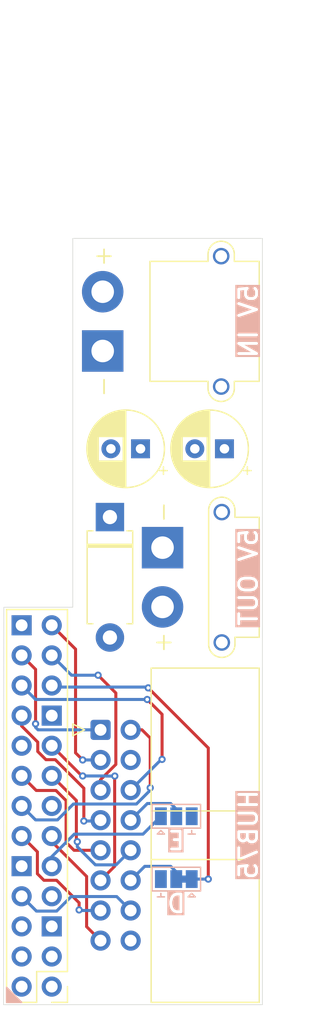
<source format=kicad_pcb>
(kicad_pcb (version 20240108) (generator "pcbnew") (generator_version "8.0")
  (layers (0 "F.Cu" signal) (31 "B.Cu" signal) (34 "B.Paste" user) (35 "F.Paste" user) (36 "B.SilkS" user "B.Silkscreen") (37 "F.SilkS" user "F.Silkscreen") (38 "B.Mask" user) (39 "F.Mask" user) (44 "Edge.Cuts" user))
  (net 0 "")
  (net 1 "GND")
  (net 2 "+5V")
  (net 3 "/G0")
  (net 5 "/CLK")
  (net 6 "/~{OE}")
  (net 7 "/G1")
  (net 8 "/A")
  (net 9 "/B0")
  (net 10 "/C")
  (net 11 "/B")
  (net 12 "/LAT")
  (net 13 "/D")
  (net 14 "/B1")
  (net 15 "/R1")
  (net 19 "/E")
  (net 20 "/R0")
  (net 22 "/E_HUB75")
  (net 23 "/D_HUB75")
  (footprint "Connector_IDC:IDC-Header_2x08_P2.54mm_Horizontal" (layer "F.Cu") (at 5.3792 10.344)
    (property "Reference" "J3" (hide yes))
    (property "Value" "HUB75")
    (fp_line (start -2.35 -0.5) (end -2.35 0.5) (stroke (width 0.12)) (layer "F.SilkS"))
    (fp_line (start -2.35 0.5) (end -1.35 0) (stroke (width 0.12)) (layer "F.SilkS"))
    (fp_line (start -1.35 0) (end -2.35 -0.5) (stroke (width 0.12)) (layer "F.SilkS"))
    (fp_line (start 4.27 -5.21) (end 13.39 -5.21) (stroke (width 0.12)) (layer "F.SilkS"))
    (fp_line (start 4.27 6.84) (end 13.39 6.84) (stroke (width 0.12)) (layer "F.SilkS"))
    (fp_line (start 4.27 10.94) (end 13.39 10.94) (stroke (width 0.12)) (layer "F.SilkS"))
    (fp_line (start 4.27 22.99) (end 4.27 -5.21) (stroke (width 0.12)) (layer "F.SilkS"))
    (fp_line (start 13.39 -5.21) (end 13.39 22.99) (stroke (width 0.12)) (layer "F.SilkS"))
    (fp_line (start 13.39 22.99) (end 4.27 22.99) (stroke (width 0.12)) (layer "F.SilkS"))
    (pad "1" thru_hole roundrect (at 0 0) (size 1.7 1.7) (drill 1) (layers "*.Cu" "*.Mask") (roundrect_rratio 0.147059) (net 20 "/R0"))
    (pad "2" thru_hole circle (at 2.54 0) (size 1.7 1.7) (drill 1) (layers "*.Cu" "*.Mask") (net 3 "/G0"))
    (pad "3" thru_hole circle (at 0 2.54) (size 1.7 1.7) (drill 1) (layers "*.Cu" "*.Mask") (net 9 "/B0"))
    (pad "4" thru_hole circle (at 2.54 2.54) (size 1.7 1.7) (drill 1) (layers "*.Cu" "*.Mask") (net 1 "GND"))
    (pad "5" thru_hole circle (at 0 5.08) (size 1.7 1.7) (drill 1) (layers "*.Cu" "*.Mask") (net 15 "/R1"))
    (pad "6" thru_hole circle (at 2.54 5.08) (size 1.7 1.7) (drill 1) (layers "*.Cu" "*.Mask") (net 7 "/G1"))
    (pad "7" thru_hole circle (at 0 7.62) (size 1.7 1.7) (drill 1) (layers "*.Cu" "*.Mask") (net 14 "/B1"))
    (pad "8" thru_hole circle (at 2.54 7.62) (size 1.7 1.7) (drill 1) (layers "*.Cu" "*.Mask") (net 22 "/E_HUB75"))
    (pad "9" thru_hole circle (at 0 10.16) (size 1.7 1.7) (drill 1) (layers "*.Cu" "*.Mask") (net 8 "/A"))
    (pad "10" thru_hole circle (at 2.54 10.16) (size 1.7 1.7) (drill 1) (layers "*.Cu" "*.Mask") (net 11 "/B"))
    (pad "11" thru_hole circle (at 0 12.7) (size 1.7 1.7) (drill 1) (layers "*.Cu" "*.Mask") (net 10 "/C"))
    (pad "12" thru_hole circle (at 2.54 12.7) (size 1.7 1.7) (drill 1) (layers "*.Cu" "*.Mask") (net 23 "/D_HUB75"))
    (pad "13" thru_hole circle (at 0 15.24) (size 1.7 1.7) (drill 1) (layers "*.Cu" "*.Mask") (net 5 "/CLK"))
    (pad "14" thru_hole circle (at 2.54 15.24) (size 1.7 1.7) (drill 1) (layers "*.Cu" "*.Mask") (net 12 "/LAT"))
    (pad "15" thru_hole circle (at 0 17.78) (size 1.7 1.7) (drill 1) (layers "*.Cu" "*.Mask") (net 6 "/~{OE}"))
    (pad "16" thru_hole circle (at 2.54 17.78) (size 1.7 1.7) (drill 1) (layers "*.Cu" "*.Mask") (net 1 "GND"))
  )
  (footprint "Connector_AMASS:AMASS_XT30PW-M_1x02_P2.50mm_Horizontal" (layer "F.Cu") (at 5.5592 -21.616 -90)
    (property "Reference" "J2" (hide yes))
    (property "Value" "5V_IN")
    (fp_line (start -7.56 -3.99) (end 2.56 -3.99) (stroke (width 0.12)) (layer "F.SilkS"))
    (fp_line (start -8.15 -8.89) (end -7.56 -8.89) (stroke (width 0.12)) (layer "F.SilkS"))
    (fp_line (start -7.56 -8.89) (end -7.56 -3.99) (stroke (width 0.12)) (layer "F.SilkS"))
    (fp_line (start 2.56 -8.89) (end 2.56 -3.99) (stroke (width 0.12)) (layer "F.SilkS"))
    (fp_line (start 2.56 -8.89) (end 3.15 -8.89) (stroke (width 0.12)) (layer "F.SilkS"))
    (fp_line (start -8.15 -11.11) (end -7.56 -11.11) (stroke (width 0.12)) (layer "F.SilkS"))
    (fp_line (start 2.56 -11.11) (end 3.15 -11.11) (stroke (width 0.12)) (layer "F.SilkS"))
    (fp_line (start -7.56 -13.21) (end -7.56 -11.11) (stroke (width 0.12)) (layer "F.SilkS"))
    (fp_line (start -7.56 -13.21) (end 2.56 -13.21) (stroke (width 0.12)) (layer "F.SilkS"))
    (fp_line (start 2.56 -13.21) (end 2.56 -11.11) (stroke (width 0.12)) (layer "F.SilkS"))
    (fp_arc (start -8.15 -8.89) (mid -9.26 -10) (end -8.15 -11.11) (stroke (width 0.12)) (layer "F.SilkS"))
    (fp_arc (start 3.15 -11.11) (mid 4.26 -10) (end 3.15 -8.89) (stroke (width 0.12)) (layer "F.SilkS"))
    (fp_text user "+" (at -8 0 90) (layer "F.SilkS") (effects (font (size 1.5 1.5))))
    (fp_text user "-" (at 3 0 90) (layer "F.SilkS") (effects (font (size 1.5 1.5))))
    (pad "" thru_hole circle (at -8 -10 270) (size 1.4 1.4) (drill 1) (layers "*.Cu" "*.Mask"))
    (pad "" thru_hole circle (at 3 -10 270) (size 1.4 1.4) (drill 1) (layers "*.Cu" "*.Mask"))
    (pad "1" thru_hole rect (at 0 0 270) (size 3.5 3.5) (drill 1.9) (layers "*.Cu" "*.Mask") (net 1 "GND"))
    (pad "2" thru_hole circle (at -5 0 270) (size 3.5 3.5) (drill 1.9) (layers "*.Cu" "*.Mask") (net 2 "+5V"))
  )
  (footprint "Diode_THT:D_DO-15_P10.16mm_Horizontal" (layer "F.Cu") (at 6.1692 -7.606 -90)
    (property "Reference" "D1" (hide yes))
    (property "Value" "D_TVS")
    (fp_line (start 1.16 1.92) (end 9 1.92) (stroke (width 0.12)) (layer "F.SilkS"))
    (fp_line (start 9 1.92) (end 9 1.44) (stroke (width 0.12)) (layer "F.SilkS"))
    (fp_line (start 1.16 1.44) (end 1.16 1.92) (stroke (width 0.12)) (layer "F.SilkS"))
    (fp_line (start 1.16 -1.44) (end 1.16 -1.92) (stroke (width 0.12)) (layer "F.SilkS"))
    (fp_line (start 1.16 -1.92) (end 9 -1.92) (stroke (width 0.12)) (layer "F.SilkS"))
    (fp_line (start 2.3 -1.92) (end 2.3 1.92) (stroke (width 0.12)) (layer "F.SilkS"))
    (fp_line (start 2.42 -1.92) (end 2.42 1.92) (stroke (width 0.12)) (layer "F.SilkS"))
    (fp_line (start 2.54 -1.92) (end 2.54 1.92) (stroke (width 0.12)) (layer "F.SilkS"))
    (fp_line (start 9 -1.92) (end 9 -1.44) (stroke (width 0.12)) (layer "F.SilkS"))
    (pad "1" thru_hole rect (at 0 0 270) (size 2.4 2.4) (drill 1.2) (layers "*.Cu" "*.Mask") (net 1 "GND"))
    (pad "2" thru_hole oval (at 10.16 0 270) (size 2.4 2.4) (drill 1.2) (layers "*.Cu" "*.Mask") (net 2 "+5V"))
  )
  (footprint "Connector_AMASS:AMASS_XT30PW-F_1x02_P2.50mm_Horizontal" (layer "F.Cu") (at 10.6092 -5.026 -90)
    (property "Reference" "J4" (hide yes))
    (property "Value" "5V_OUT_MATRIX")
    (fp_line (start -3.26 -3.89) (end 8.26 -3.89) (stroke (width 0.12)) (layer "F.SilkS"))
    (fp_line (start -3.26 -6.11) (end -2.56 -6.11) (stroke (width 0.12)) (layer "F.SilkS"))
    (fp_line (start 7.56 -6.11) (end 8.26 -6.11) (stroke (width 0.12)) (layer "F.SilkS"))
    (fp_line (start -2.56 -8.16) (end -2.56 -6.11) (stroke (width 0.12)) (layer "F.SilkS"))
    (fp_line (start -2.56 -8.16) (end 7.56 -8.16) (stroke (width 0.12)) (layer "F.SilkS"))
    (fp_line (start 7.56 -8.16) (end 7.56 -6.11) (stroke (width 0.12)) (layer "F.SilkS"))
    (fp_arc (start -3.321729 -3.903365) (mid -4.256653 -5.086124) (end -3.15 -6.11) (stroke (width 0.12)) (layer "F.SilkS"))
    (fp_arc (start 8.15 -6.11) (mid 9.26 -5) (end 8.15 -3.89) (stroke (width 0.12)) (layer "F.SilkS"))
    (fp_text user "+" (at 8 0 90) (layer "F.SilkS") (effects (font (size 1.5 1.5))))
    (fp_text user "-" (at -3 0 90) (layer "F.SilkS") (effects (font (size 1.5 1.5))))
    (pad "" thru_hole circle (at -3 -5) (size 1.4 1.4) (drill 1) (layers "*.Cu" "*.Mask"))
    (pad "" thru_hole circle (at 8 -5 270) (size 1.4 1.4) (drill 1) (layers "*.Cu" "*.Mask"))
    (pad "1" thru_hole rect (at 0 0 270) (size 3.5 3.5) (drill 1.9) (layers "*.Cu" "*.Mask") (net 1 "GND"))
    (pad "2" thru_hole circle (at 5 0 270) (size 3.5 3.5) (drill 1.9) (layers "*.Cu" "*.Mask") (net 2 "+5V"))
  )
  (footprint "Capacitor_THT:CP_Radial_D6.3mm_P2.50mm" (layer "F.Cu") (at 8.75158 -13.366 180)
    (property "Reference" "C3" (hide yes))
    (property "Value" "330u")
    (fp_line (start 4.491 -0.402) (end 4.491 0.402) (stroke (width 0.12)) (layer "F.SilkS"))
    (fp_line (start 4.451 -0.633) (end 4.451 0.633) (stroke (width 0.12)) (layer "F.SilkS"))
    (fp_line (start 4.411 -0.802) (end 4.411 0.802) (stroke (width 0.12)) (layer "F.SilkS"))
    (fp_line (start 4.371 -0.94) (end 4.371 0.94) (stroke (width 0.12)) (layer "F.SilkS"))
    (fp_line (start 4.331 -1.059) (end 4.331 1.059) (stroke (width 0.12)) (layer "F.SilkS"))
    (fp_line (start 4.291 -1.165) (end 4.291 1.165) (stroke (width 0.12)) (layer "F.SilkS"))
    (fp_line (start 4.251 -1.262) (end 4.251 1.262) (stroke (width 0.12)) (layer "F.SilkS"))
    (fp_line (start 4.211 -1.35) (end 4.211 1.35) (stroke (width 0.12)) (layer "F.SilkS"))
    (fp_line (start 4.171 -1.432) (end 4.171 1.432) (stroke (width 0.12)) (layer "F.SilkS"))
    (fp_line (start 4.131 -1.509) (end 4.131 1.509) (stroke (width 0.12)) (layer "F.SilkS"))
    (fp_line (start 4.091 -1.581) (end 4.091 1.581) (stroke (width 0.12)) (layer "F.SilkS"))
    (fp_line (start 4.051 -1.65) (end 4.051 1.65) (stroke (width 0.12)) (layer "F.SilkS"))
    (fp_line (start 4.011 -1.714) (end 4.011 1.714) (stroke (width 0.12)) (layer "F.SilkS"))
    (fp_line (start 3.971 -1.776) (end 3.971 1.776) (stroke (width 0.12)) (layer "F.SilkS"))
    (fp_line (start 3.931 -1.834) (end 3.931 1.834) (stroke (width 0.12)) (layer "F.SilkS"))
    (fp_line (start 3.891 -1.89) (end 3.891 1.89) (stroke (width 0.12)) (layer "F.SilkS"))
    (fp_line (start 3.851 -1.944) (end 3.851 1.944) (stroke (width 0.12)) (layer "F.SilkS"))
    (fp_line (start 3.811 -1.995) (end 3.811 1.995) (stroke (width 0.12)) (layer "F.SilkS"))
    (fp_line (start 3.771 -2.044) (end 3.771 2.044) (stroke (width 0.12)) (layer "F.SilkS"))
    (fp_line (start 3.731 -2.092) (end 3.731 2.092) (stroke (width 0.12)) (layer "F.SilkS"))
    (fp_line (start 3.691 -2.137) (end 3.691 2.137) (stroke (width 0.12)) (layer "F.SilkS"))
    (fp_line (start 3.651 -2.182) (end 3.651 2.182) (stroke (width 0.12)) (layer "F.SilkS"))
    (fp_line (start 3.611 -2.224) (end 3.611 2.224) (stroke (width 0.12)) (layer "F.SilkS"))
    (fp_line (start 3.571 -2.265) (end 3.571 2.265) (stroke (width 0.12)) (layer "F.SilkS"))
    (fp_line (start 3.531 1.04) (end 3.531 2.305) (stroke (width 0.12)) (layer "F.SilkS"))
    (fp_line (start 3.531 -2.305) (end 3.531 -1.04) (stroke (width 0.12)) (layer "F.SilkS"))
    (fp_line (start 3.491 1.04) (end 3.491 2.343) (stroke (width 0.12)) (layer "F.SilkS"))
    (fp_line (start 3.491 -2.343) (end 3.491 -1.04) (stroke (width 0.12)) (layer "F.SilkS"))
    (fp_line (start 3.451 1.04) (end 3.451 2.38) (stroke (width 0.12)) (layer "F.SilkS"))
    (fp_line (start 3.451 -2.38) (end 3.451 -1.04) (stroke (width 0.12)) (layer "F.SilkS"))
    (fp_line (start 3.411 1.04) (end 3.411 2.416) (stroke (width 0.12)) (layer "F.SilkS"))
    (fp_line (start 3.411 -2.416) (end 3.411 -1.04) (stroke (width 0.12)) (layer "F.SilkS"))
    (fp_line (start 3.371 1.04) (end 3.371 2.45) (stroke (width 0.12)) (layer "F.SilkS"))
    (fp_line (start 3.371 -2.45) (end 3.371 -1.04) (stroke (width 0.12)) (layer "F.SilkS"))
    (fp_line (start 3.331 1.04) (end 3.331 2.484) (stroke (width 0.12)) (layer "F.SilkS"))
    (fp_line (start 3.331 -2.484) (end 3.331 -1.04) (stroke (width 0.12)) (layer "F.SilkS"))
    (fp_line (start 3.291 1.04) (end 3.291 2.516) (stroke (width 0.12)) (layer "F.SilkS"))
    (fp_line (start 3.291 -2.516) (end 3.291 -1.04) (stroke (width 0.12)) (layer "F.SilkS"))
    (fp_line (start 3.251 1.04) (end 3.251 2.548) (stroke (width 0.12)) (layer "F.SilkS"))
    (fp_line (start 3.251 -2.548) (end 3.251 -1.04) (stroke (width 0.12)) (layer "F.SilkS"))
    (fp_line (start 3.211 1.04) (end 3.211 2.578) (stroke (width 0.12)) (layer "F.SilkS"))
    (fp_line (start 3.211 -2.578) (end 3.211 -1.04) (stroke (width 0.12)) (layer "F.SilkS"))
    (fp_line (start 3.171 1.04) (end 3.171 2.607) (stroke (width 0.12)) (layer "F.SilkS"))
    (fp_line (start 3.171 -2.607) (end 3.171 -1.04) (stroke (width 0.12)) (layer "F.SilkS"))
    (fp_line (start 3.131 1.04) (end 3.131 2.636) (stroke (width 0.12)) (layer "F.SilkS"))
    (fp_line (start 3.131 -2.636) (end 3.131 -1.04) (stroke (width 0.12)) (layer "F.SilkS"))
    (fp_line (start 3.091 1.04) (end 3.091 2.664) (stroke (width 0.12)) (layer "F.SilkS"))
    (fp_line (start 3.091 -2.664) (end 3.091 -1.04) (stroke (width 0.12)) (layer "F.SilkS"))
    (fp_line (start 3.051 1.04) (end 3.051 2.69) (stroke (width 0.12)) (layer "F.SilkS"))
    (fp_line (start 3.051 -2.69) (end 3.051 -1.04) (stroke (width 0.12)) (layer "F.SilkS"))
    (fp_line (start 3.011 1.04) (end 3.011 2.716) (stroke (width 0.12)) (layer "F.SilkS"))
    (fp_line (start 3.011 -2.716) (end 3.011 -1.04) (stroke (width 0.12)) (layer "F.SilkS"))
    (fp_line (start 2.971 1.04) (end 2.971 2.742) (stroke (width 0.12)) (layer "F.SilkS"))
    (fp_line (start 2.971 -2.742) (end 2.971 -1.04) (stroke (width 0.12)) (layer "F.SilkS"))
    (fp_line (start 2.931 1.04) (end 2.931 2.766) (stroke (width 0.12)) (layer "F.SilkS"))
    (fp_line (start 2.931 -2.766) (end 2.931 -1.04) (stroke (width 0.12)) (layer "F.SilkS"))
    (fp_line (start 2.891 1.04) (end 2.891 2.79) (stroke (width 0.12)) (layer "F.SilkS"))
    (fp_line (start 2.891 -2.79) (end 2.891 -1.04) (stroke (width 0.12)) (layer "F.SilkS"))
    (fp_line (start 2.851 1.04) (end 2.851 2.812) (stroke (width 0.12)) (layer "F.SilkS"))
    (fp_line (start 2.851 -2.812) (end 2.851 -1.04) (stroke (width 0.12)) (layer "F.SilkS"))
    (fp_line (start 2.811 1.04) (end 2.811 2.834) (stroke (width 0.12)) (layer "F.SilkS"))
    (fp_line (start 2.811 -2.834) (end 2.811 -1.04) (stroke (width 0.12)) (layer "F.SilkS"))
    (fp_line (start 2.771 1.04) (end 2.771 2.856) (stroke (width 0.12)) (layer "F.SilkS"))
    (fp_line (start 2.771 -2.856) (end 2.771 -1.04) (stroke (width 0.12)) (layer "F.SilkS"))
    (fp_line (start 2.731 1.04) (end 2.731 2.876) (stroke (width 0.12)) (layer "F.SilkS"))
    (fp_line (start 2.731 -2.876) (end 2.731 -1.04) (stroke (width 0.12)) (layer "F.SilkS"))
    (fp_line (start 2.691 1.04) (end 2.691 2.896) (stroke (width 0.12)) (layer "F.SilkS"))
    (fp_line (start 2.691 -2.896) (end 2.691 -1.04) (stroke (width 0.12)) (layer "F.SilkS"))
    (fp_line (start 2.651 1.04) (end 2.651 2.916) (stroke (width 0.12)) (layer "F.SilkS"))
    (fp_line (start 2.651 -2.916) (end 2.651 -1.04) (stroke (width 0.12)) (layer "F.SilkS"))
    (fp_line (start 2.611 1.04) (end 2.611 2.934) (stroke (width 0.12)) (layer "F.SilkS"))
    (fp_line (start 2.611 -2.934) (end 2.611 -1.04) (stroke (width 0.12)) (layer "F.SilkS"))
    (fp_line (start 2.571 1.04) (end 2.571 2.952) (stroke (width 0.12)) (layer "F.SilkS"))
    (fp_line (start 2.571 -2.952) (end 2.571 -1.04) (stroke (width 0.12)) (layer "F.SilkS"))
    (fp_line (start 2.531 1.04) (end 2.531 2.97) (stroke (width 0.12)) (layer "F.SilkS"))
    (fp_line (start 2.531 -2.97) (end 2.531 -1.04) (stroke (width 0.12)) (layer "F.SilkS"))
    (fp_line (start 2.491 1.04) (end 2.491 2.986) (stroke (width 0.12)) (layer "F.SilkS"))
    (fp_line (start 2.491 -2.986) (end 2.491 -1.04) (stroke (width 0.12)) (layer "F.SilkS"))
    (fp_line (start 2.451 1.04) (end 2.451 3.002) (stroke (width 0.12)) (layer "F.SilkS"))
    (fp_line (start 2.451 -3.002) (end 2.451 -1.04) (stroke (width 0.12)) (layer "F.SilkS"))
    (fp_line (start 2.411 1.04) (end 2.411 3.018) (stroke (width 0.12)) (layer "F.SilkS"))
    (fp_line (start 2.411 -3.018) (end 2.411 -1.04) (stroke (width 0.12)) (layer "F.SilkS"))
    (fp_line (start 2.371 1.04) (end 2.371 3.033) (stroke (width 0.12)) (layer "F.SilkS"))
    (fp_line (start 2.371 -3.033) (end 2.371 -1.04) (stroke (width 0.12)) (layer "F.SilkS"))
    (fp_line (start 2.331 1.04) (end 2.331 3.047) (stroke (width 0.12)) (layer "F.SilkS"))
    (fp_line (start 2.331 -3.047) (end 2.331 -1.04) (stroke (width 0.12)) (layer "F.SilkS"))
    (fp_line (start 2.291 1.04) (end 2.291 3.061) (stroke (width 0.12)) (layer "F.SilkS"))
    (fp_line (start 2.291 -3.061) (end 2.291 -1.04) (stroke (width 0.12)) (layer "F.SilkS"))
    (fp_line (start 2.251 1.04) (end 2.251 3.074) (stroke (width 0.12)) (layer "F.SilkS"))
    (fp_line (start 2.251 -3.074) (end 2.251 -1.04) (stroke (width 0.12)) (layer "F.SilkS"))
    (fp_line (start 2.211 1.04) (end 2.211 3.086) (stroke (width 0.12)) (layer "F.SilkS"))
    (fp_line (start 2.211 -3.086) (end 2.211 -1.04) (stroke (width 0.12)) (layer "F.SilkS"))
    (fp_line (start 2.171 1.04) (end 2.171 3.098) (stroke (width 0.12)) (layer "F.SilkS"))
    (fp_line (start 2.171 -3.098) (end 2.171 -1.04) (stroke (width 0.12)) (layer "F.SilkS"))
    (fp_line (start 2.131 1.04) (end 2.131 3.11) (stroke (width 0.12)) (layer "F.SilkS"))
    (fp_line (start 2.131 -3.11) (end 2.131 -1.04) (stroke (width 0.12)) (layer "F.SilkS"))
    (fp_line (start 2.091 1.04) (end 2.091 3.121) (stroke (width 0.12)) (layer "F.SilkS"))
    (fp_line (start 2.091 -3.121) (end 2.091 -1.04) (stroke (width 0.12)) (layer "F.SilkS"))
    (fp_line (start 2.051 1.04) (end 2.051 3.131) (stroke (width 0.12)) (layer "F.SilkS"))
    (fp_line (start 2.051 -3.131) (end 2.051 -1.04) (stroke (width 0.12)) (layer "F.SilkS"))
    (fp_line (start 2.011 1.04) (end 2.011 3.141) (stroke (width 0.12)) (layer "F.SilkS"))
    (fp_line (start 2.011 -3.141) (end 2.011 -1.04) (stroke (width 0.12)) (layer "F.SilkS"))
    (fp_line (start 1.971 1.04) (end 1.971 3.15) (stroke (width 0.12)) (layer "F.SilkS"))
    (fp_line (start 1.971 -3.15) (end 1.971 -1.04) (stroke (width 0.12)) (layer "F.SilkS"))
    (fp_line (start 1.93 1.04) (end 1.93 3.159) (stroke (width 0.12)) (layer "F.SilkS"))
    (fp_line (start 1.93 -3.159) (end 1.93 -1.04) (stroke (width 0.12)) (layer "F.SilkS"))
    (fp_line (start 1.89 1.04) (end 1.89 3.167) (stroke (width 0.12)) (layer "F.SilkS"))
    (fp_line (start 1.89 -3.167) (end 1.89 -1.04) (stroke (width 0.12)) (layer "F.SilkS"))
    (fp_line (start 1.85 1.04) (end 1.85 3.175) (stroke (width 0.12)) (layer "F.SilkS"))
    (fp_line (start 1.85 -3.175) (end 1.85 -1.04) (stroke (width 0.12)) (layer "F.SilkS"))
    (fp_line (start 1.81 1.04) (end 1.81 3.182) (stroke (width 0.12)) (layer "F.SilkS"))
    (fp_line (start 1.81 -3.182) (end 1.81 -1.04) (stroke (width 0.12)) (layer "F.SilkS"))
    (fp_line (start 1.77 1.04) (end 1.77 3.189) (stroke (width 0.12)) (layer "F.SilkS"))
    (fp_line (start 1.77 -3.189) (end 1.77 -1.04) (stroke (width 0.12)) (layer "F.SilkS"))
    (fp_line (start 1.73 1.04) (end 1.73 3.195) (stroke (width 0.12)) (layer "F.SilkS"))
    (fp_line (start 1.73 -3.195) (end 1.73 -1.04) (stroke (width 0.12)) (layer "F.SilkS"))
    (fp_line (start 1.69 1.04) (end 1.69 3.201) (stroke (width 0.12)) (layer "F.SilkS"))
    (fp_line (start 1.69 -3.201) (end 1.69 -1.04) (stroke (width 0.12)) (layer "F.SilkS"))
    (fp_line (start 1.65 1.04) (end 1.65 3.206) (stroke (width 0.12)) (layer "F.SilkS"))
    (fp_line (start 1.65 -3.206) (end 1.65 -1.04) (stroke (width 0.12)) (layer "F.SilkS"))
    (fp_line (start 1.61 1.04) (end 1.61 3.211) (stroke (width 0.12)) (layer "F.SilkS"))
    (fp_line (start 1.61 -3.211) (end 1.61 -1.04) (stroke (width 0.12)) (layer "F.SilkS"))
    (fp_line (start 1.57 1.04) (end 1.57 3.215) (stroke (width 0.12)) (layer "F.SilkS"))
    (fp_line (start 1.57 -3.215) (end 1.57 -1.04) (stroke (width 0.12)) (layer "F.SilkS"))
    (fp_line (start 1.53 1.04) (end 1.53 3.218) (stroke (width 0.12)) (layer "F.SilkS"))
    (fp_line (start 1.53 -3.218) (end 1.53 -1.04) (stroke (width 0.12)) (layer "F.SilkS"))
    (fp_line (start 1.49 1.04) (end 1.49 3.222) (stroke (width 0.12)) (layer "F.SilkS"))
    (fp_line (start 1.49 -3.222) (end 1.49 -1.04) (stroke (width 0.12)) (layer "F.SilkS"))
    (fp_line (start 1.45 -3.224) (end 1.45 3.224) (stroke (width 0.12)) (layer "F.SilkS"))
    (fp_line (start 1.41 -3.227) (end 1.41 3.227) (stroke (width 0.12)) (layer "F.SilkS"))
    (fp_line (start 1.37 -3.228) (end 1.37 3.228) (stroke (width 0.12)) (layer "F.SilkS"))
    (fp_line (start 1.33 -3.23) (end 1.33 3.23) (stroke (width 0.12)) (layer "F.SilkS"))
    (fp_line (start 1.29 -3.23) (end 1.29 3.23) (stroke (width 0.12)) (layer "F.SilkS"))
    (fp_line (start 1.25 -3.23) (end 1.25 3.23) (stroke (width 0.12)) (layer "F.SilkS"))
    (fp_line (start -1.935241 -2.154) (end -1.935241 -1.524) (stroke (width 0.12)) (layer "F.SilkS"))
    (fp_line (start -2.250241 -1.839) (end -1.620241 -1.839) (stroke (width 0.12)) (layer "F.SilkS"))
    (fp_circle (center 1.25 0) (end 4.52 0) (stroke (width 0.12)) (fill none) (layer "F.SilkS"))
    (pad "1" thru_hole rect (at 0 0 180) (size 1.6 1.6) (drill 0.8) (layers "*.Cu" "*.Mask") (net 2 "+5V"))
    (pad "2" thru_hole circle (at 2.5 0 180) (size 1.6 1.6) (drill 0.8) (layers "*.Cu" "*.Mask") (net 1 "GND"))
  )
  (footprint "hub75-adapter:PiHeader" (layer "F.Cu") (at -1.282 1.524)
    (property "Reference" "J1" (hide yes))
    (property "Value" "PI")
    (fp_line (start -1.27 -1.33) (end -1.27 31.81) (stroke (width 0.12)) (layer "F.SilkS"))
    (fp_line (start -1.27 -1.33) (end 3.87 -1.33) (stroke (width 0.12)) (layer "F.SilkS"))
    (fp_line (start -1.27 31.81) (end 1.27 31.81) (stroke (width 0.12)) (layer "F.SilkS"))
    (fp_line (start 1.27 29.21) (end 3.87 29.21) (stroke (width 0.12)) (layer "F.SilkS"))
    (fp_line (start 1.27 31.81) (end 1.27 29.21) (stroke (width 0.12)) (layer "F.SilkS"))
    (fp_line (start 2.54 31.81) (end 3.87 31.81) (stroke (width 0.12)) (layer "F.SilkS"))
    (fp_line (start 3.87 -1.33) (end 3.87 29.21) (stroke (width 0.12)) (layer "F.SilkS"))
    (fp_line (start 3.87 31.81) (end 3.87 30.48) (stroke (width 0.12)) (layer "F.SilkS"))
    (pad "1" thru_hole oval (at 0 30.48 180) (size 1.7 1.7) (drill 1) (layers "*.Cu" "*.Mask"))
    (pad "2" thru_hole oval (at 2.54 30.48 180) (size 1.7 1.7) (drill 1) (layers "*.Cu" "*.Mask") (net 2 "+5V"))
    (pad "3" thru_hole oval (at 0 27.94 180) (size 1.7 1.7) (drill 1) (layers "*.Cu" "*.Mask"))
    (pad "4" thru_hole oval (at 2.54 27.94 180) (size 1.7 1.7) (drill 1) (layers "*.Cu" "*.Mask") (net 2 "+5V"))
    (pad "5" thru_hole oval (at 0 25.4 180) (size 1.7 1.7) (drill 1) (layers "*.Cu" "*.Mask"))
    (pad "6" thru_hole rect (at 2.54 25.4 180) (size 1.7 1.7) (drill 1) (layers "*.Cu" "*.Mask") (net 1 "GND"))
    (pad "7" thru_hole oval (at 0 22.86 180) (size 1.7 1.7) (drill 1) (layers "*.Cu" "*.Mask") (net 12 "/LAT"))
    (pad "8" thru_hole oval (at 2.54 22.86 180) (size 1.7 1.7) (drill 1) (layers "*.Cu" "*.Mask"))
    (pad "9" thru_hole rect (at 0 20.32 180) (size 1.7 1.7) (drill 1) (layers "*.Cu" "*.Mask") (net 1 "GND"))
    (pad "10" thru_hole oval (at 2.54 20.32 180) (size 1.7 1.7) (drill 1) (layers "*.Cu" "*.Mask") (net 19 "/E"))
    (pad "11" thru_hole oval (at 0 17.78 180) (size 1.7 1.7) (drill 1) (layers "*.Cu" "*.Mask") (net 5 "/CLK"))
    (pad "12" thru_hole oval (at 2.54 17.78 180) (size 1.7 1.7) (drill 1) (layers "*.Cu" "*.Mask") (net 6 "/~{OE}"))
    (pad "13" thru_hole oval (at 0 15.24 180) (size 1.7 1.7) (drill 1) (layers "*.Cu" "*.Mask") (net 3 "/G0"))
    (pad "14" thru_hole oval (at 2.54 15.24 180) (size 1.7 1.7) (drill 1) (layers "*.Cu" "*.Mask") (net 1 "GND"))
    (pad "15" thru_hole oval (at 0 12.7 180) (size 1.7 1.7) (drill 1) (layers "*.Cu" "*.Mask") (net 8 "/A"))
    (pad "16" thru_hole oval (at 2.54 12.7 180) (size 1.7 1.7) (drill 1) (layers "*.Cu" "*.Mask") (net 11 "/B"))
    (pad "17" thru_hole oval (at 0 10.16 180) (size 1.7 1.7) (drill 1) (layers "*.Cu" "*.Mask"))
    (pad "18" thru_hole oval (at 2.54 10.16 180) (size 1.7 1.7) (drill 1) (layers "*.Cu" "*.Mask") (net 10 "/C"))
    (pad "19" thru_hole oval (at 0 7.62 180) (size 1.7 1.7) (drill 1) (layers "*.Cu" "*.Mask") (net 14 "/B1"))
    (pad "20" thru_hole rect (at 2.54 7.62 180) (size 1.7 1.7) (drill 1) (layers "*.Cu" "*.Mask") (net 1 "GND"))
    (pad "21" thru_hole oval (at 0 5.08 180) (size 1.7 1.7) (drill 1) (layers "*.Cu" "*.Mask") (net 7 "/G1"))
    (pad "22" thru_hole oval (at 2.54 5.08 180) (size 1.7 1.7) (drill 1) (layers "*.Cu" "*.Mask") (net 13 "/D"))
    (pad "23" thru_hole oval (at 0 2.54 180) (size 1.7 1.7) (drill 1) (layers "*.Cu" "*.Mask") (net 20 "/R0"))
    (pad "24" thru_hole oval (at 2.54 2.54 180) (size 1.7 1.7) (drill 1) (layers "*.Cu" "*.Mask") (net 15 "/R1"))
    (pad "25" thru_hole rect (at 0 0 180) (size 1.7 1.7) (drill 1) (layers "*.Cu" "*.Mask") (net 1 "GND"))
    (pad "26" thru_hole oval (at 2.54 0 180) (size 1.7 1.7) (drill 1) (layers "*.Cu" "*.Mask") (net 9 "/B0"))
  )
  (footprint "Capacitor_THT:CP_Radial_D6.3mm_P2.50mm" (layer "F.Cu") (at 15.83478 -13.366 180)
    (property "Reference" "C2" (hide yes))
    (property "Value" "330u")
    (fp_line (start 4.491 -0.402) (end 4.491 0.402) (stroke (width 0.12)) (layer "F.SilkS"))
    (fp_line (start 4.451 -0.633) (end 4.451 0.633) (stroke (width 0.12)) (layer "F.SilkS"))
    (fp_line (start 4.411 -0.802) (end 4.411 0.802) (stroke (width 0.12)) (layer "F.SilkS"))
    (fp_line (start 4.371 -0.94) (end 4.371 0.94) (stroke (width 0.12)) (layer "F.SilkS"))
    (fp_line (start 4.331 -1.059) (end 4.331 1.059) (stroke (width 0.12)) (layer "F.SilkS"))
    (fp_line (start 4.291 -1.165) (end 4.291 1.165) (stroke (width 0.12)) (layer "F.SilkS"))
    (fp_line (start 4.251 -1.262) (end 4.251 1.262) (stroke (width 0.12)) (layer "F.SilkS"))
    (fp_line (start 4.211 -1.35) (end 4.211 1.35) (stroke (width 0.12)) (layer "F.SilkS"))
    (fp_line (start 4.171 -1.432) (end 4.171 1.432) (stroke (width 0.12)) (layer "F.SilkS"))
    (fp_line (start 4.131 -1.509) (end 4.131 1.509) (stroke (width 0.12)) (layer "F.SilkS"))
    (fp_line (start 4.091 -1.581) (end 4.091 1.581) (stroke (width 0.12)) (layer "F.SilkS"))
    (fp_line (start 4.051 -1.65) (end 4.051 1.65) (stroke (width 0.12)) (layer "F.SilkS"))
    (fp_line (start 4.011 -1.714) (end 4.011 1.714) (stroke (width 0.12)) (layer "F.SilkS"))
    (fp_line (start 3.971 -1.776) (end 3.971 1.776) (stroke (width 0.12)) (layer "F.SilkS"))
    (fp_line (start 3.931 -1.834) (end 3.931 1.834) (stroke (width 0.12)) (layer "F.SilkS"))
    (fp_line (start 3.891 -1.89) (end 3.891 1.89) (stroke (width 0.12)) (layer "F.SilkS"))
    (fp_line (start 3.851 -1.944) (end 3.851 1.944) (stroke (width 0.12)) (layer "F.SilkS"))
    (fp_line (start 3.811 -1.995) (end 3.811 1.995) (stroke (width 0.12)) (layer "F.SilkS"))
    (fp_line (start 3.771 -2.044) (end 3.771 2.044) (stroke (width 0.12)) (layer "F.SilkS"))
    (fp_line (start 3.731 -2.092) (end 3.731 2.092) (stroke (width 0.12)) (layer "F.SilkS"))
    (fp_line (start 3.691 -2.137) (end 3.691 2.137) (stroke (width 0.12)) (layer "F.SilkS"))
    (fp_line (start 3.651 -2.182) (end 3.651 2.182) (stroke (width 0.12)) (layer "F.SilkS"))
    (fp_line (start 3.611 -2.224) (end 3.611 2.224) (stroke (width 0.12)) (layer "F.SilkS"))
    (fp_line (start 3.571 -2.265) (end 3.571 2.265) (stroke (width 0.12)) (layer "F.SilkS"))
    (fp_line (start 3.531 1.04) (end 3.531 2.305) (stroke (width 0.12)) (layer "F.SilkS"))
    (fp_line (start 3.531 -2.305) (end 3.531 -1.04) (stroke (width 0.12)) (layer "F.SilkS"))
    (fp_line (start 3.491 1.04) (end 3.491 2.343) (stroke (width 0.12)) (layer "F.SilkS"))
    (fp_line (start 3.491 -2.343) (end 3.491 -1.04) (stroke (width 0.12)) (layer "F.SilkS"))
    (fp_line (start 3.451 1.04) (end 3.451 2.38) (stroke (width 0.12)) (layer "F.SilkS"))
    (fp_line (start 3.451 -2.38) (end 3.451 -1.04) (stroke (width 0.12)) (layer "F.SilkS"))
    (fp_line (start 3.411 1.04) (end 3.411 2.416) (stroke (width 0.12)) (layer "F.SilkS"))
    (fp_line (start 3.411 -2.416) (end 3.411 -1.04) (stroke (width 0.12)) (layer "F.SilkS"))
    (fp_line (start 3.371 1.04) (end 3.371 2.45) (stroke (width 0.12)) (layer "F.SilkS"))
    (fp_line (start 3.371 -2.45) (end 3.371 -1.04) (stroke (width 0.12)) (layer "F.SilkS"))
    (fp_line (start 3.331 1.04) (end 3.331 2.484) (stroke (width 0.12)) (layer "F.SilkS"))
    (fp_line (start 3.331 -2.484) (end 3.331 -1.04) (stroke (width 0.12)) (layer "F.SilkS"))
    (fp_line (start 3.291 1.04) (end 3.291 2.516) (stroke (width 0.12)) (layer "F.SilkS"))
    (fp_line (start 3.291 -2.516) (end 3.291 -1.04) (stroke (width 0.12)) (layer "F.SilkS"))
    (fp_line (start 3.251 1.04) (end 3.251 2.548) (stroke (width 0.12)) (layer "F.SilkS"))
    (fp_line (start 3.251 -2.548) (end 3.251 -1.04) (stroke (width 0.12)) (layer "F.SilkS"))
    (fp_line (start 3.211 1.04) (end 3.211 2.578) (stroke (width 0.12)) (layer "F.SilkS"))
    (fp_line (start 3.211 -2.578) (end 3.211 -1.04) (stroke (width 0.12)) (layer "F.SilkS"))
    (fp_line (start 3.171 1.04) (end 3.171 2.607) (stroke (width 0.12)) (layer "F.SilkS"))
    (fp_line (start 3.171 -2.607) (end 3.171 -1.04) (stroke (width 0.12)) (layer "F.SilkS"))
    (fp_line (start 3.131 1.04) (end 3.131 2.636) (stroke (width 0.12)) (layer "F.SilkS"))
    (fp_line (start 3.131 -2.636) (end 3.131 -1.04) (stroke (width 0.12)) (layer "F.SilkS"))
    (fp_line (start 3.091 1.04) (end 3.091 2.664) (stroke (width 0.12)) (layer "F.SilkS"))
    (fp_line (start 3.091 -2.664) (end 3.091 -1.04) (stroke (width 0.12)) (layer "F.SilkS"))
    (fp_line (start 3.051 1.04) (end 3.051 2.69) (stroke (width 0.12)) (layer "F.SilkS"))
    (fp_line (start 3.051 -2.69) (end 3.051 -1.04) (stroke (width 0.12)) (layer "F.SilkS"))
    (fp_line (start 3.011 1.04) (end 3.011 2.716) (stroke (width 0.12)) (layer "F.SilkS"))
    (fp_line (start 3.011 -2.716) (end 3.011 -1.04) (stroke (width 0.12)) (layer "F.SilkS"))
    (fp_line (start 2.971 1.04) (end 2.971 2.742) (stroke (width 0.12)) (layer "F.SilkS"))
    (fp_line (start 2.971 -2.742) (end 2.971 -1.04) (stroke (width 0.12)) (layer "F.SilkS"))
    (fp_line (start 2.931 1.04) (end 2.931 2.766) (stroke (width 0.12)) (layer "F.SilkS"))
    (fp_line (start 2.931 -2.766) (end 2.931 -1.04) (stroke (width 0.12)) (layer "F.SilkS"))
    (fp_line (start 2.891 1.04) (end 2.891 2.79) (stroke (width 0.12)) (layer "F.SilkS"))
    (fp_line (start 2.891 -2.79) (end 2.891 -1.04) (stroke (width 0.12)) (layer "F.SilkS"))
    (fp_line (start 2.851 1.04) (end 2.851 2.812) (stroke (width 0.12)) (layer "F.SilkS"))
    (fp_line (start 2.851 -2.812) (end 2.851 -1.04) (stroke (width 0.12)) (layer "F.SilkS"))
    (fp_line (start 2.811 1.04) (end 2.811 2.834) (stroke (width 0.12)) (layer "F.SilkS"))
    (fp_line (start 2.811 -2.834) (end 2.811 -1.04) (stroke (width 0.12)) (layer "F.SilkS"))
    (fp_line (start 2.771 1.04) (end 2.771 2.856) (stroke (width 0.12)) (layer "F.SilkS"))
    (fp_line (start 2.771 -2.856) (end 2.771 -1.04) (stroke (width 0.12)) (layer "F.SilkS"))
    (fp_line (start 2.731 1.04) (end 2.731 2.876) (stroke (width 0.12)) (layer "F.SilkS"))
    (fp_line (start 2.731 -2.876) (end 2.731 -1.04) (stroke (width 0.12)) (layer "F.SilkS"))
    (fp_line (start 2.691 1.04) (end 2.691 2.896) (stroke (width 0.12)) (layer "F.SilkS"))
    (fp_line (start 2.691 -2.896) (end 2.691 -1.04) (stroke (width 0.12)) (layer "F.SilkS"))
    (fp_line (start 2.651 1.04) (end 2.651 2.916) (stroke (width 0.12)) (layer "F.SilkS"))
    (fp_line (start 2.651 -2.916) (end 2.651 -1.04) (stroke (width 0.12)) (layer "F.SilkS"))
    (fp_line (start 2.611 1.04) (end 2.611 2.934) (stroke (width 0.12)) (layer "F.SilkS"))
    (fp_line (start 2.611 -2.934) (end 2.611 -1.04) (stroke (width 0.12)) (layer "F.SilkS"))
    (fp_line (start 2.571 1.04) (end 2.571 2.952) (stroke (width 0.12)) (layer "F.SilkS"))
    (fp_line (start 2.571 -2.952) (end 2.571 -1.04) (stroke (width 0.12)) (layer "F.SilkS"))
    (fp_line (start 2.531 1.04) (end 2.531 2.97) (stroke (width 0.12)) (layer "F.SilkS"))
    (fp_line (start 2.531 -2.97) (end 2.531 -1.04) (stroke (width 0.12)) (layer "F.SilkS"))
    (fp_line (start 2.491 1.04) (end 2.491 2.986) (stroke (width 0.12)) (layer "F.SilkS"))
    (fp_line (start 2.491 -2.986) (end 2.491 -1.04) (stroke (width 0.12)) (layer "F.SilkS"))
    (fp_line (start 2.451 1.04) (end 2.451 3.002) (stroke (width 0.12)) (layer "F.SilkS"))
    (fp_line (start 2.451 -3.002) (end 2.451 -1.04) (stroke (width 0.12)) (layer "F.SilkS"))
    (fp_line (start 2.411 1.04) (end 2.411 3.018) (stroke (width 0.12)) (layer "F.SilkS"))
    (fp_line (start 2.411 -3.018) (end 2.411 -1.04) (stroke (width 0.12)) (layer "F.SilkS"))
    (fp_line (start 2.371 1.04) (end 2.371 3.033) (stroke (width 0.12)) (layer "F.SilkS"))
    (fp_line (start 2.371 -3.033) (end 2.371 -1.04) (stroke (width 0.12)) (layer "F.SilkS"))
    (fp_line (start 2.331 1.04) (end 2.331 3.047) (stroke (width 0.12)) (layer "F.SilkS"))
    (fp_line (start 2.331 -3.047) (end 2.331 -1.04) (stroke (width 0.12)) (layer "F.SilkS"))
    (fp_line (start 2.291 1.04) (end 2.291 3.061) (stroke (width 0.12)) (layer "F.SilkS"))
    (fp_line (start 2.291 -3.061) (end 2.291 -1.04) (stroke (width 0.12)) (layer "F.SilkS"))
    (fp_line (start 2.251 1.04) (end 2.251 3.074) (stroke (width 0.12)) (layer "F.SilkS"))
    (fp_line (start 2.251 -3.074) (end 2.251 -1.04) (stroke (width 0.12)) (layer "F.SilkS"))
    (fp_line (start 2.211 1.04) (end 2.211 3.086) (stroke (width 0.12)) (layer "F.SilkS"))
    (fp_line (start 2.211 -3.086) (end 2.211 -1.04) (stroke (width 0.12)) (layer "F.SilkS"))
    (fp_line (start 2.171 1.04) (end 2.171 3.098) (stroke (width 0.12)) (layer "F.SilkS"))
    (fp_line (start 2.171 -3.098) (end 2.171 -1.04) (stroke (width 0.12)) (layer "F.SilkS"))
    (fp_line (start 2.131 1.04) (end 2.131 3.11) (stroke (width 0.12)) (layer "F.SilkS"))
    (fp_line (start 2.131 -3.11) (end 2.131 -1.04) (stroke (width 0.12)) (layer "F.SilkS"))
    (fp_line (start 2.091 1.04) (end 2.091 3.121) (stroke (width 0.12)) (layer "F.SilkS"))
    (fp_line (start 2.091 -3.121) (end 2.091 -1.04) (stroke (width 0.12)) (layer "F.SilkS"))
    (fp_line (start 2.051 1.04) (end 2.051 3.131) (stroke (width 0.12)) (layer "F.SilkS"))
    (fp_line (start 2.051 -3.131) (end 2.051 -1.04) (stroke (width 0.12)) (layer "F.SilkS"))
    (fp_line (start 2.011 1.04) (end 2.011 3.141) (stroke (width 0.12)) (layer "F.SilkS"))
    (fp_line (start 2.011 -3.141) (end 2.011 -1.04) (stroke (width 0.12)) (layer "F.SilkS"))
    (fp_line (start 1.971 1.04) (end 1.971 3.15) (stroke (width 0.12)) (layer "F.SilkS"))
    (fp_line (start 1.971 -3.15) (end 1.971 -1.04) (stroke (width 0.12)) (layer "F.SilkS"))
    (fp_line (start 1.93 1.04) (end 1.93 3.159) (stroke (width 0.12)) (layer "F.SilkS"))
    (fp_line (start 1.93 -3.159) (end 1.93 -1.04) (stroke (width 0.12)) (layer "F.SilkS"))
    (fp_line (start 1.89 1.04) (end 1.89 3.167) (stroke (width 0.12)) (layer "F.SilkS"))
    (fp_line (start 1.89 -3.167) (end 1.89 -1.04) (stroke (width 0.12)) (layer "F.SilkS"))
    (fp_line (start 1.85 1.04) (end 1.85 3.175) (stroke (width 0.12)) (layer "F.SilkS"))
    (fp_line (start 1.85 -3.175) (end 1.85 -1.04) (stroke (width 0.12)) (layer "F.SilkS"))
    (fp_line (start 1.81 1.04) (end 1.81 3.182) (stroke (width 0.12)) (layer "F.SilkS"))
    (fp_line (start 1.81 -3.182) (end 1.81 -1.04) (stroke (width 0.12)) (layer "F.SilkS"))
    (fp_line (start 1.77 1.04) (end 1.77 3.189) (stroke (width 0.12)) (layer "F.SilkS"))
    (fp_line (start 1.77 -3.189) (end 1.77 -1.04) (stroke (width 0.12)) (layer "F.SilkS"))
    (fp_line (start 1.73 1.04) (end 1.73 3.195) (stroke (width 0.12)) (layer "F.SilkS"))
    (fp_line (start 1.73 -3.195) (end 1.73 -1.04) (stroke (width 0.12)) (layer "F.SilkS"))
    (fp_line (start 1.69 1.04) (end 1.69 3.201) (stroke (width 0.12)) (layer "F.SilkS"))
    (fp_line (start 1.69 -3.201) (end 1.69 -1.04) (stroke (width 0.12)) (layer "F.SilkS"))
    (fp_line (start 1.65 1.04) (end 1.65 3.206) (stroke (width 0.12)) (layer "F.SilkS"))
    (fp_line (start 1.65 -3.206) (end 1.65 -1.04) (stroke (width 0.12)) (layer "F.SilkS"))
    (fp_line (start 1.61 1.04) (end 1.61 3.211) (stroke (width 0.12)) (layer "F.SilkS"))
    (fp_line (start 1.61 -3.211) (end 1.61 -1.04) (stroke (width 0.12)) (layer "F.SilkS"))
    (fp_line (start 1.57 1.04) (end 1.57 3.215) (stroke (width 0.12)) (layer "F.SilkS"))
    (fp_line (start 1.57 -3.215) (end 1.57 -1.04) (stroke (width 0.12)) (layer "F.SilkS"))
    (fp_line (start 1.53 1.04) (end 1.53 3.218) (stroke (width 0.12)) (layer "F.SilkS"))
    (fp_line (start 1.53 -3.218) (end 1.53 -1.04) (stroke (width 0.12)) (layer "F.SilkS"))
    (fp_line (start 1.49 1.04) (end 1.49 3.222) (stroke (width 0.12)) (layer "F.SilkS"))
    (fp_line (start 1.49 -3.222) (end 1.49 -1.04) (stroke (width 0.12)) (layer "F.SilkS"))
    (fp_line (start 1.45 -3.224) (end 1.45 3.224) (stroke (width 0.12)) (layer "F.SilkS"))
    (fp_line (start 1.41 -3.227) (end 1.41 3.227) (stroke (width 0.12)) (layer "F.SilkS"))
    (fp_line (start 1.37 -3.228) (end 1.37 3.228) (stroke (width 0.12)) (layer "F.SilkS"))
    (fp_line (start 1.33 -3.23) (end 1.33 3.23) (stroke (width 0.12)) (layer "F.SilkS"))
    (fp_line (start 1.29 -3.23) (end 1.29 3.23) (stroke (width 0.12)) (layer "F.SilkS"))
    (fp_line (start 1.25 -3.23) (end 1.25 3.23) (stroke (width 0.12)) (layer "F.SilkS"))
    (fp_line (start -1.935241 -2.154) (end -1.935241 -1.524) (stroke (width 0.12)) (layer "F.SilkS"))
    (fp_line (start -2.250241 -1.839) (end -1.620241 -1.839) (stroke (width 0.12)) (layer "F.SilkS"))
    (fp_circle (center 1.25 0) (end 4.52 0) (stroke (width 0.12)) (fill none) (layer "F.SilkS"))
    (pad "1" thru_hole rect (at 0 0 180) (size 1.6 1.6) (drill 0.8) (layers "*.Cu" "*.Mask") (net 2 "+5V"))
    (pad "2" thru_hole circle (at 2.5 0 180) (size 1.6 1.6) (drill 0.8) (layers "*.Cu" "*.Mask") (net 1 "GND"))
  )
  (footprint "Jumper:SolderJumper-3_P1.3mm_Bridged12_Pad1.0x1.5mm" (layer "B.Cu") (at 11.769201 22.934 180)
    (property "Reference" "JP2" (hide yes))
    (property "Value" "D_EN")
    (fp_poly (pts (xy -0.9 0.3) (xy -0.4 0.3) (xy -0.4 -0.3) (xy -0.9 -0.3)) (fill solid) (layer "B.Cu"))
    (fp_line (start 2.05 1) (end -2.05 1) (stroke (width 0.12)) (layer "B.SilkS"))
    (fp_line (start 2.05 -1) (end 2.05 1) (stroke (width 0.12)) (layer "B.SilkS"))
    (fp_line (start 1.6 -1.5) (end 1 -1.5) (stroke (width 0.12)) (layer "B.SilkS"))
    (fp_line (start 1.3 -1.5) (end 1.3 -1.2) (stroke (width 0.12)) (layer "B.SilkS"))
    (fp_line (start -1 -1.5) (end -1.3 -1.2) (stroke (width 0.12)) (layer "B.SilkS"))
    (fp_line (start -1 -1.5) (end -1.6 -1.5) (stroke (width 0.12)) (layer "B.SilkS"))
    (fp_line (start -1.6 -1.5) (end -1.3 -1.2) (stroke (width 0.12)) (layer "B.SilkS"))
    (fp_line (start -2.05 1) (end -2.05 -1) (stroke (width 0.12)) (layer "B.SilkS"))
    (fp_line (start -2.05 -1) (end 2.05 -1) (stroke (width 0.12)) (layer "B.SilkS"))
    (pad "1" smd rect (at -1.3 0 180) (size 1 1.5) (layers "B.Cu" "B.Mask") (net 13 "/D"))
    (pad "2" smd rect (at 0 0 180) (size 1 1.5) (layers "B.Cu" "B.Mask") (net 23 "/D_HUB75"))
    (pad "3" smd rect (at 1.3 0 180) (size 1 1.5) (layers "B.Cu" "B.Mask") (net 1 "GND"))
  )
  (footprint "Jumper:SolderJumper-3_P1.3mm_Bridged12_Pad1.0x1.5mm" (layer "B.Cu") (at 11.769201 17.634 180)
    (property "Reference" "JP1" (hide yes))
    (property "Value" "E_EN")
    (fp_line (start 2.05 1) (end -2.05 1) (stroke (width 0.12)) (layer "B.SilkS"))
    (fp_line (start 2.05 -1) (end 2.05 1) (stroke (width 0.12)) (layer "B.SilkS"))
    (fp_line (start 1.6 -1.5) (end 1.3 -1.2) (stroke (width 0.12)) (layer "B.SilkS"))
    (fp_line (start 1.6 -1.5) (end 1 -1.5) (stroke (width 0.12)) (layer "B.SilkS"))
    (fp_line (start 1 -1.5) (end 1.3 -1.2) (stroke (width 0.12)) (layer "B.SilkS"))
    (fp_line (start -1 -1.5) (end -1.6 -1.5) (stroke (width 0.12)) (layer "B.SilkS"))
    (fp_line (start -1.3 -1.5) (end -1.3 -1.2) (stroke (width 0.12)) (layer "B.SilkS"))
    (fp_line (start -2.05 1) (end -2.05 -1) (stroke (width 0.12)) (layer "B.SilkS"))
    (fp_line (start -2.05 -1) (end 2.05 -1) (stroke (width 0.12)) (layer "B.SilkS"))
    (pad "1" smd rect (at -1.3 0 180) (size 1 1.5) (layers "B.Cu" "B.Mask") (net 1 "GND"))
    (pad "2" smd rect (at 0 0 180) (size 1 1.5) (layers "B.Cu" "B.Mask") (net 22 "/E_HUB75"))
    (pad "3" smd rect (at 1.3 0 180) (size 1 1.5) (layers "B.Cu" "B.Mask") (net 19 "/E"))
  )
  (gr_poly (pts (xy -2.552 33.334) (xy -2.552 32.064) (xy -1.282 33.334)) (stroke (width 0.125)) (fill solid) (layer "B.SilkS"))
  (gr_line (start 3.036 0) (end 3.036 -31.116) (stroke (width 0.05)) (layer "Edge.Cuts"))
  (gr_line (start 19.036 -31.116) (end 19.036 33.528) (stroke (width 0.05)) (layer "Edge.Cuts"))
  (gr_line (start -2.806 33.528) (end 19.036 33.528) (stroke (width 0.05)) (layer "Edge.Cuts"))
  (gr_line (start -2.782 0) (end 3.036 0) (stroke (width 0.05)) (layer "Edge.Cuts"))
  (gr_line (start -2.806 33.528) (end -2.782 0) (stroke (width 0.05)) (layer "Edge.Cuts"))
  (gr_line (start 19.036 -31.116) (end 3.036 -31.116) (stroke (width 0.05)) (layer "Edge.Cuts"))
  (gr_text "  5V IN  " (at 18.73875 -24.115999 90) (layer "B.SilkS" knockout) (effects (font (size 1.5 1.5) (thickness 0.25) (bold yes)) (justify bottom mirror)))
  (gr_text "HUB75" (at 18.73875 19.184 90) (layer "B.SilkS" knockout) (effects (font (size 1.5 1.5) (thickness 0.25) (bold yes)) (justify bottom mirror)))
  (gr_text "E" (at 11.7692 18.834 0) (layer "B.SilkS" knockout) (effects (font (size 1.5 1.5) (thickness 0.25) (bold yes)) (justify top mirror)))
  (gr_text "D" (at 11.769201 24.134 0) (layer "B.SilkS" knockout) (effects (font (size 1.5 1.5) (thickness 0.25) (bold yes)) (justify top mirror)))
  (gr_text "5V OUT" (at 18.73875 -2.525999 90) (layer "B.SilkS" knockout) (effects (font (size 1.5 1.5) (thickness 0.25) (bold yes)) (justify bottom mirror)))
  (segment (start 9.5692 11.034) (end 8.8792 10.344) (width 0.254) (layer "F.Cu") (net 3))
  (segment (start 9.5692 15.234) (end 9.5692 11.034) (width 0.254) (layer "F.Cu") (net 3))
  (segment (start 8.8792 10.344) (end 7.9192 10.344) (width 0.254) (layer "F.Cu") (net 3))
  (via (at 9.5692 15.234) (size 0.61) (drill 0.3) (layers "F.Cu" "B.Cu") (net 3))
  (segment (start 1.74553 17.941) (end -0.105 17.941) (width 0.254) (layer "B.Cu") (net 3))
  (segment (start 9.5692 15.43853) (end 8.40673 16.601) (width 0.254) (layer "B.Cu") (net 3))
  (segment (start 8.40673 16.601) (end 3.08553 16.601) (width 0.254) (layer "B.Cu") (net 3))
  (segment (start -0.105 17.941) (end -1.282 16.764) (width 0.254) (layer "B.Cu") (net 3))
  (segment (start 9.5692 15.234) (end 9.5692 15.43853) (width 0.254) (layer "B.Cu") (net 3))
  (segment (start 3.08553 16.601) (end 1.74553 17.941) (width 0.254) (layer "B.Cu") (net 3))
  (segment (start 0.048 20.634) (end -1.282 19.304) (width 0.254) (layer "F.Cu") (net 5))
  (segment (start 3.5692 24.934) (end 1.6692 23.034) (width 0.254) (layer "F.Cu") (net 5))
  (segment (start 0.048 22.48453) (end 0.048 20.634) (width 0.254) (layer "F.Cu") (net 5))
  (segment (start 0.59747 23.034) (end 0.048 22.48453) (width 0.254) (layer "F.Cu") (net 5))
  (segment (start 1.6692 23.034) (end 0.59747 23.034) (width 0.254) (layer "F.Cu") (net 5))
  (segment (start 3.5692 25.534) (end 3.5692 24.934) (width 0.254) (layer "F.Cu") (net 5))
  (via (at 3.5692 25.534) (size 0.61) (drill 0.3) (layers "F.Cu" "B.Cu") (net 5))
  (segment (start 3.6192 25.584) (end 5.3792 25.584) (width 0.254) (layer "B.Cu") (net 5))
  (segment (start 3.5692 25.534) (end 3.6192 25.584) (width 0.254) (layer "B.Cu") (net 5))
  (segment (start 4.2022 26.947) (end 5.3792 28.124) (width 0.254) (layer "F.Cu") (net 6))
  (segment (start 1.258 19.304) (end 1.258 19.764852) (width 0.254) (layer "F.Cu") (net 6))
  (segment (start 1.258 19.764852) (end 4.2022 22.709052) (width 0.254) (layer "F.Cu") (net 6))
  (segment (start 4.2022 22.709052) (end 4.2022 26.947) (width 0.254) (layer "F.Cu") (net 6))
  (segment (start 9.3162 7.781) (end 10.5692 9.034) (width 0.254) (layer "F.Cu") (net 7))
  (segment (start 10.5692 9.034) (end 10.5692 12.834) (width 0.254) (layer "F.Cu") (net 7))
  (via (at 10.5692 12.834) (size 0.61) (drill 0.3) (layers "F.Cu" "B.Cu") (net 7))
  (via (at 9.3162 7.781) (size 0.61) (drill 0.3) (layers "F.Cu" "B.Cu") (net 7))
  (segment (start 10.5092 12.834) (end 7.9192 15.424) (width 0.254) (layer "B.Cu") (net 7))
  (segment (start 10.5692 12.834) (end 10.5092 12.834) (width 0.254) (layer "B.Cu") (net 7))
  (segment (start -0.105 7.781) (end -1.282 6.604) (width 0.254) (layer "B.Cu") (net 7))
  (segment (start 9.3162 7.781) (end -0.105 7.781) (width 0.254) (layer "B.Cu") (net 7))
  (segment (start 3.1392 20.504) (end 5.3792 20.504) (width 0.254) (layer "F.Cu") (net 8))
  (segment (start -0.047278 15.458722) (end 1.617252 15.458722) (width 0.254) (layer "F.Cu") (net 8))
  (segment (start 1.617252 15.458722) (end 2.4692 16.31067) (width 0.254) (layer "F.Cu") (net 8))
  (segment (start 2.4692 16.31067) (end 2.4692 19.834) (width 0.254) (layer "F.Cu") (net 8))
  (segment (start -1.282 14.224) (end -0.047278 15.458722) (width 0.254) (layer "F.Cu") (net 8))
  (segment (start 2.4692 19.834) (end 3.1392 20.504) (width 0.254) (layer "F.Cu") (net 8))
  (segment (start 3.2692 12.284) (end 3.2692 3.5352) (width 0.254) (layer "F.Cu") (net 9))
  (segment (start 3.8692 12.884) (end 3.2692 12.284) (width 0.254) (layer "F.Cu") (net 9))
  (segment (start 3.2692 3.5352) (end 1.258 1.524) (width 0.254) (layer "F.Cu") (net 9))
  (via (at 3.8692 12.884) (size 0.61) (drill 0.3) (layers "F.Cu" "B.Cu") (net 9))
  (segment (start 3.8692 12.884) (end 5.3792 12.884) (width 0.254) (layer "B.Cu") (net 9))
  (segment (start 6.5692 21.854) (end 5.3792 23.044) (width 0.254) (layer "F.Cu") (net 10))
  (segment (start 6.579911 14.241603) (end 6.5692 14.252314) (width 0.254) (layer "F.Cu") (net 10))
  (segment (start 1.258 11.684) (end 3.808 14.234) (width 0.254) (layer "F.Cu") (net 10))
  (segment (start 3.808 14.234) (end 3.8692 14.234) (width 0.254) (layer "F.Cu") (net 10))
  (segment (start 6.5692 14.252314) (end 6.5692 21.854) (width 0.254) (layer "F.Cu") (net 10))
  (via (at 6.579911 14.241603) (size 0.61) (drill 0.3) (layers "F.Cu" "B.Cu") (net 10))
  (via (at 3.8692 14.234) (size 0.61) (drill 0.3) (layers "F.Cu" "B.Cu") (net 10))
  (segment (start 6.579911 14.241603) (end 5.861333 14.241603) (width 0.254) (layer "B.Cu") (net 10))
  (segment (start 5.85373 14.234) (end 3.8692 14.234) (width 0.254) (layer "B.Cu") (net 10))
  (segment (start 5.861333 14.241603) (end 5.85373 14.234) (width 0.254) (layer "B.Cu") (net 10))
  (segment (start 3.416092 19.780892) (end 3.3372 19.702) (width 0.254) (layer "F.Cu") (net 11))
  (segment (start 3.3372 16.3032) (end 1.258 14.224) (width 0.254) (layer "F.Cu") (net 11))
  (segment (start 3.3372 19.702) (end 3.3372 16.3032) (width 0.254) (layer "F.Cu") (net 11))
  (via (at 3.416092 19.780892) (size 0.61) (drill 0.3) (layers "F.Cu" "B.Cu") (net 11))
  (segment (start 3.416092 20.205422) (end 4.94467 21.734) (width 0.254) (layer "B.Cu") (net 11))
  (segment (start 3.416092 19.780892) (end 3.416092 20.205422) (width 0.254) (layer "B.Cu") (net 11))
  (segment (start 4.94467 21.734) (end 6.6892 21.734) (width 0.254) (layer "B.Cu") (net 11))
  (segment (start 6.6892 21.734) (end 7.9192 20.504) (width 0.254) (layer "B.Cu") (net 11))
  (segment (start 1.67253 25.634) (end -0.032 25.634) (width 0.254) (layer "B.Cu") (net 12))
  (segment (start -0.032 25.634) (end -1.282 24.384) (width 0.254) (layer "B.Cu") (net 12))
  (segment (start 6.7422 24.407) (end 2.89953 24.407) (width 0.254) (layer "B.Cu") (net 12))
  (segment (start 7.9192 25.584) (end 6.7422 24.407) (width 0.254) (layer "B.Cu") (net 12))
  (segment (start 2.89953 24.407) (end 1.67253 25.634) (width 0.254) (layer "B.Cu") (net 12))
  (segment (start 14.4692 11.870414) (end 9.400993 6.802207) (width 0.254) (layer "F.Cu") (net 13))
  (segment (start 14.4692 22.934) (end 14.4692 11.870414) (width 0.254) (layer "F.Cu") (net 13))
  (via (at 14.4692 22.934) (size 0.61) (drill 0.3) (layers "F.Cu" "B.Cu") (net 13))
  (via (at 9.400993 6.802207) (size 0.61) (drill 0.3) (layers "F.Cu" "B.Cu") (net 13))
  (segment (start 14.4692 22.934) (end 13.069201 22.934) (width 0.254) (layer "B.Cu") (net 13))
  (segment (start 1.388 6.734) (end 1.258 6.604) (width 0.254) (layer "B.Cu") (net 13))
  (segment (start 9.332786 6.734) (end 1.388 6.734) (width 0.254) (layer "B.Cu") (net 13))
  (segment (start 9.400993 6.802207) (end 9.332786 6.734) (width 0.254) (layer "B.Cu") (net 13))
  (segment (start 3.9692 18.034) (end 3.9692 15.27067) (width 0.254) (layer "F.Cu") (net 14))
  (segment (start -1.282 10.01947) (end -1.282 9.144) (width 0.254) (layer "F.Cu") (net 14))
  (segment (start 3.9692 15.27067) (end 1.55953 12.861) (width 0.254) (layer "F.Cu") (net 14))
  (segment (start 0.77047 12.861) (end 0.081 12.17153) (width 0.254) (layer "F.Cu") (net 14))
  (segment (start 0.081 12.17153) (end 0.081 11.38247) (width 0.254) (layer "F.Cu") (net 14))
  (segment (start 0.081 11.38247) (end -1.282 10.01947) (width 0.254) (layer "F.Cu") (net 14))
  (segment (start 1.55953 12.861) (end 0.77047 12.861) (width 0.254) (layer "F.Cu") (net 14))
  (via (at 3.9692 18.034) (size 0.61) (drill 0.3) (layers "F.Cu" "B.Cu") (net 14))
  (segment (start 5.3092 18.034) (end 5.3792 17.964) (width 0.254) (layer "B.Cu") (net 14))
  (segment (start 3.9692 18.034) (end 5.3092 18.034) (width 0.254) (layer "B.Cu") (net 14))
  (segment (start 5.3792 14.54853) (end 5.3792 15.424) (width 0.254) (layer "F.Cu") (net 15))
  (segment (start 6.6692 7.234) (end 6.6692 13.25853) (width 0.254) (layer "F.Cu") (net 15))
  (segment (start 6.6692 13.25853) (end 5.3792 14.54853) (width 0.254) (layer "F.Cu") (net 15))
  (segment (start 5.1692 5.734) (end 6.6692 7.234) (width 0.254) (layer "F.Cu") (net 15))
  (via (at 5.1692 5.734) (size 0.61) (drill 0.3) (layers "F.Cu" "B.Cu") (net 15))
  (segment (start 2.928 5.734) (end 1.258 4.064) (width 0.254) (layer "B.Cu") (net 15))
  (segment (start 5.1692 5.734) (end 2.928 5.734) (width 0.254) (layer "B.Cu") (net 15))
  (segment (start 1.258 21.0452) (end 1.258 21.844) (width 0.254) (layer "B.Cu") (net 19))
  (segment (start 3.1622 19.141) (end 1.258 21.0452) (width 0.254) (layer "B.Cu") (net 19))
  (segment (start 10.469201 17.634) (end 8.962201 19.141) (width 0.254) (layer "B.Cu") (net 19))
  (segment (start 8.962201 19.141) (end 3.1622 19.141) (width 0.254) (layer "B.Cu") (net 19))
  (segment (start -0.105 5.241) (end -1.282 4.064) (width 0.254) (layer "F.Cu") (net 20))
  (segment (start -0.105 9.834) (end -0.105 5.241) (width 0.254) (layer "F.Cu") (net 20))
  (via (at -0.105 9.834) (size 0.61) (drill 0.3) (layers "F.Cu" "B.Cu") (net 20))
  (segment (start -0.105 10.135) (end 0.104 10.344) (width 0.254) (layer "B.Cu") (net 20))
  (segment (start -0.105 9.834) (end -0.105 10.135) (width 0.254) (layer "B.Cu") (net 20))
  (segment (start 0.104 10.344) (end 5.3792 10.344) (width 0.254) (layer "B.Cu") (net 20))
  (segment (start 11.296201 16.557) (end 9.3262 16.557) (width 0.254) (layer "B.Cu") (net 22))
  (segment (start 9.3262 16.557) (end 7.9192 17.964) (width 0.254) (layer "B.Cu") (net 22))
  (segment (start 11.769201 17.634) (end 11.769201 17.03) (width 0.254) (layer "B.Cu") (net 22))
  (segment (start 11.769201 17.03) (end 11.296201 16.557) (width 0.254) (layer "B.Cu") (net 22))
  (segment (start 11.769201 22.33) (end 11.296201 21.857) (width 0.254) (layer "B.Cu") (net 23))
  (segment (start 9.1062 21.857) (end 7.9192 23.044) (width 0.254) (layer "B.Cu") (net 23))
  (segment (start 11.769201 22.934) (end 11.769201 22.33) (width 0.254) (layer "B.Cu") (net 23))
  (segment (start 11.296201 21.857) (end 9.1062 21.857) (width 0.254) (layer "B.Cu") (net 23))
)
</source>
